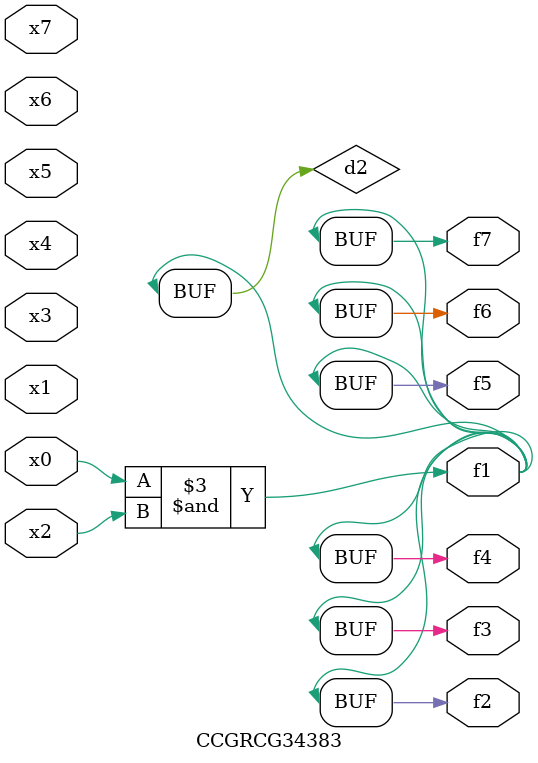
<source format=v>
module CCGRCG34383(
	input x0, x1, x2, x3, x4, x5, x6, x7,
	output f1, f2, f3, f4, f5, f6, f7
);

	wire d1, d2;

	nor (d1, x3, x6);
	and (d2, x0, x2);
	assign f1 = d2;
	assign f2 = d2;
	assign f3 = d2;
	assign f4 = d2;
	assign f5 = d2;
	assign f6 = d2;
	assign f7 = d2;
endmodule

</source>
